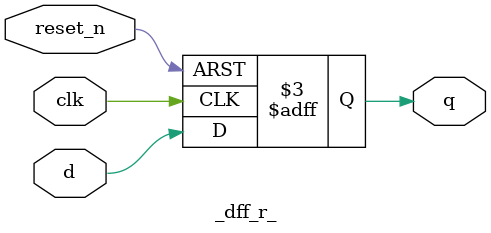
<source format=v>
module _dff_r_(clk, reset_n, d, q);//asynchronous d flipflop resettable
	input clk, reset_n, d;//set input clk, reset_n, d
	output q; //set output q;
	reg q; //declare reg q;
	
	//set clock rising edge or reset_n falling edge
	always@(posedge clk or negedge reset_n)
	begin
		if(reset_n==0)
			q<=1'b0; //nonblocking
		else
			q<=d;
	end
	
endmodule

</source>
